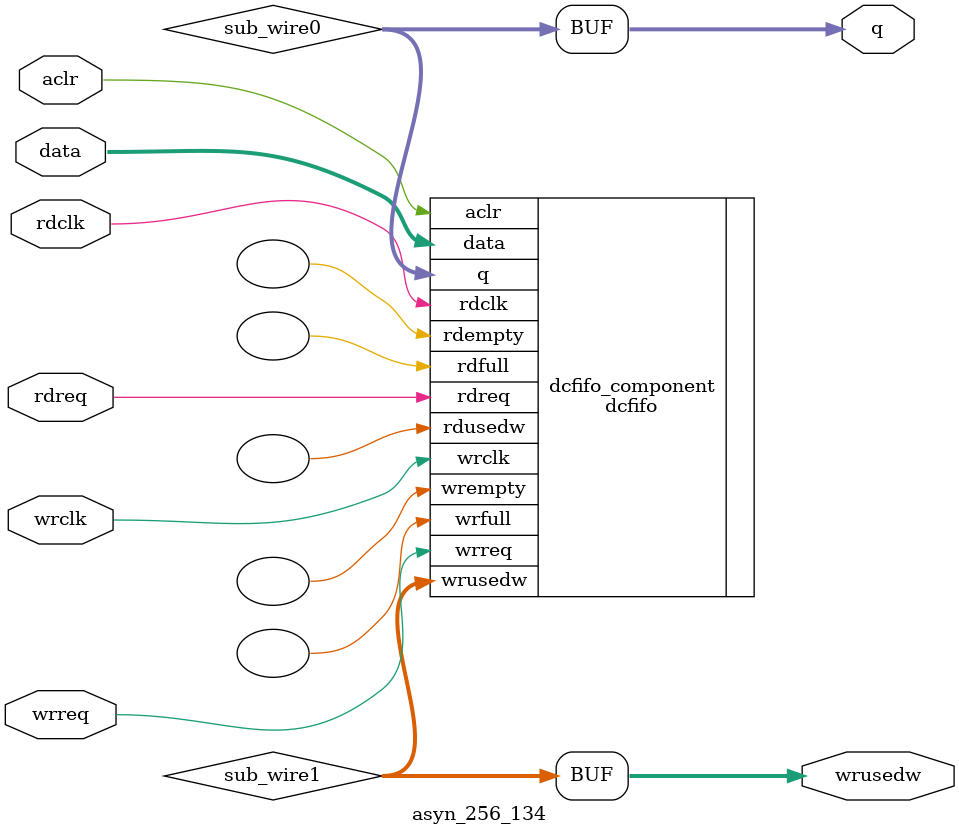
<source format=v>
module asyn_256_134 (
	aclr,
	data,
	rdclk,
	rdreq,
	wrclk,
	wrreq,
	q,
	wrusedw);
	input	  aclr;
	input	[133:0]  data;
	input	  rdclk;
	input	  rdreq;
	input	  wrclk;
	input	  wrreq;
	output	[133:0]  q;
	output	[7:0]  wrusedw;
`ifndef ALTERA_RESERVED_QIS
// synopsys translate_off
`endif
	tri0	  aclr;
`ifndef ALTERA_RESERVED_QIS
// synopsys translate_on
`endif
	wire [133:0] sub_wire0;
	wire [7:0] sub_wire1;
	wire [133:0] q = sub_wire0[133:0];
	wire [7:0] wrusedw = sub_wire1[7:0];
	dcfifo	dcfifo_component (
				.aclr (aclr),
				.data (data),
				.rdclk (rdclk),
				.rdreq (rdreq),
				.wrclk (wrclk),
				.wrreq (wrreq),
				.q (sub_wire0),
				.wrusedw (sub_wire1),
				.rdempty (),
				.rdfull (),
				.rdusedw (),
				.wrempty (),
				.wrfull ());
	defparam
		dcfifo_component.intended_device_family = "Stratix V",
		dcfifo_component.lpm_numwords = 256,
		dcfifo_component.lpm_showahead = "ON",
		dcfifo_component.lpm_type = "dcfifo",
		dcfifo_component.lpm_width = 134,
		dcfifo_component.lpm_widthu = 8,
		dcfifo_component.overflow_checking = "ON",
		dcfifo_component.rdsync_delaypipe = 5,
		dcfifo_component.read_aclr_synch = "OFF",
		dcfifo_component.underflow_checking = "ON",
		dcfifo_component.use_eab = "ON",
		dcfifo_component.write_aclr_synch = "OFF",
		dcfifo_component.wrsync_delaypipe = 5;
endmodule
</source>
